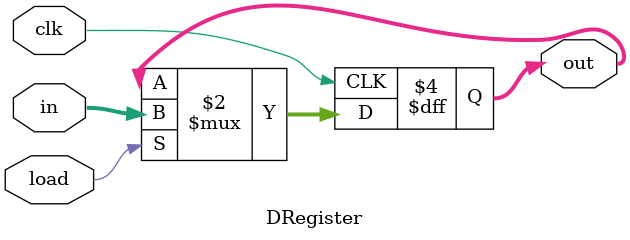
<source format=v>
module DRegister (
    input wire clk,
    input wire load,
    input wire [15:0] in,
    output reg [15:0] out
);

    always @ (posedge clk) begin
        if (load) out <= in;
    end
endmodule
</source>
